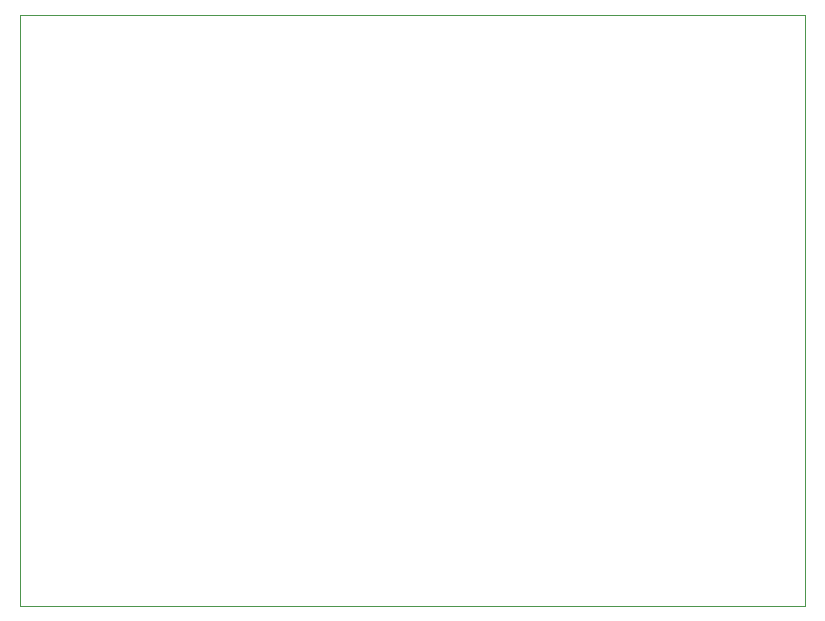
<source format=gbr>
%TF.GenerationSoftware,KiCad,Pcbnew,9.0.6-9.0.6~ubuntu24.04.1*%
%TF.CreationDate,2026-01-10T16:19:20-08:00*%
%TF.ProjectId,MCU Project,4d435520-5072-46f6-9a65-63742e6b6963,rev?*%
%TF.SameCoordinates,Original*%
%TF.FileFunction,Profile,NP*%
%FSLAX46Y46*%
G04 Gerber Fmt 4.6, Leading zero omitted, Abs format (unit mm)*
G04 Created by KiCad (PCBNEW 9.0.6-9.0.6~ubuntu24.04.1) date 2026-01-10 16:19:20*
%MOMM*%
%LPD*%
G01*
G04 APERTURE LIST*
%TA.AperFunction,Profile*%
%ADD10C,0.050000*%
%TD*%
G04 APERTURE END LIST*
D10*
X103750000Y-76000000D02*
X170250000Y-76000000D01*
X170250000Y-126000000D01*
X103750000Y-126000000D01*
X103750000Y-76000000D01*
M02*

</source>
